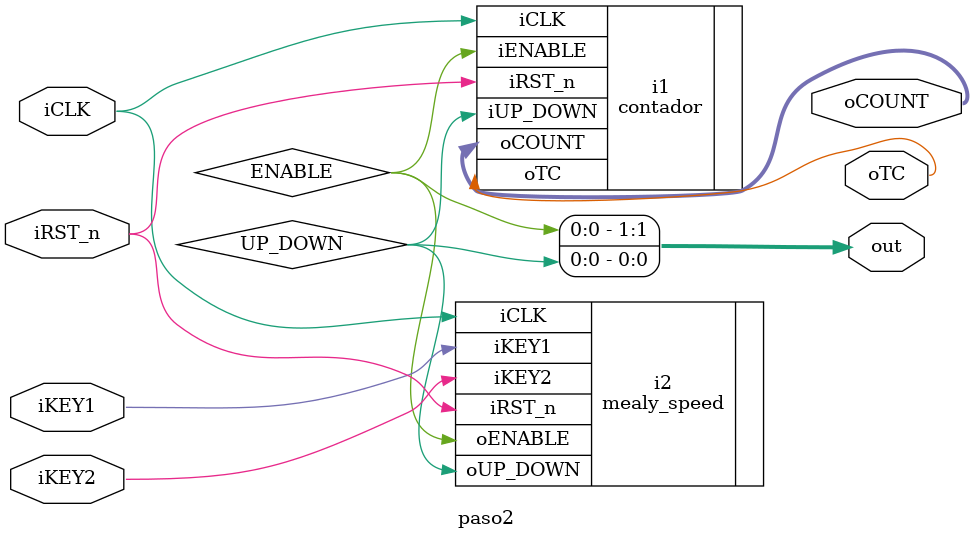
<source format=v>

module paso2(
	input iCLK, iRST_n, iKEY1, iKEY2,
	output [3:0] oCOUNT,
   output oTC,
	output [1:0] out
);
	//parameter definition
    parameter n = 16; // to instance a 4-bit counter [3:0]
	
   // variable definition
	wire ENABLE, UP_DOWN;
	assign out = {ENABLE, UP_DOWN};
	
	//Declaring DUT's (Device Under Test)
	contador #(.fin_cuenta(n)) i1 (.iCLK(iCLK),
						  .iRST_n(iRST_n),
						  .iENABLE (ENABLE),
						  .iUP_DOWN (UP_DOWN),
						  .oCOUNT(oCOUNT),
						  .oTC(oTC));
    
    mealy_speed i2 (.iCLK(iCLK), 
                    .iRST_n(iRST_n), 
                    .iKEY2(iKEY2), 
                    .iKEY1(iKEY1), 
                    .oENABLE(ENABLE), 
                    .oUP_DOWN(UP_DOWN));              
endmodule
</source>
